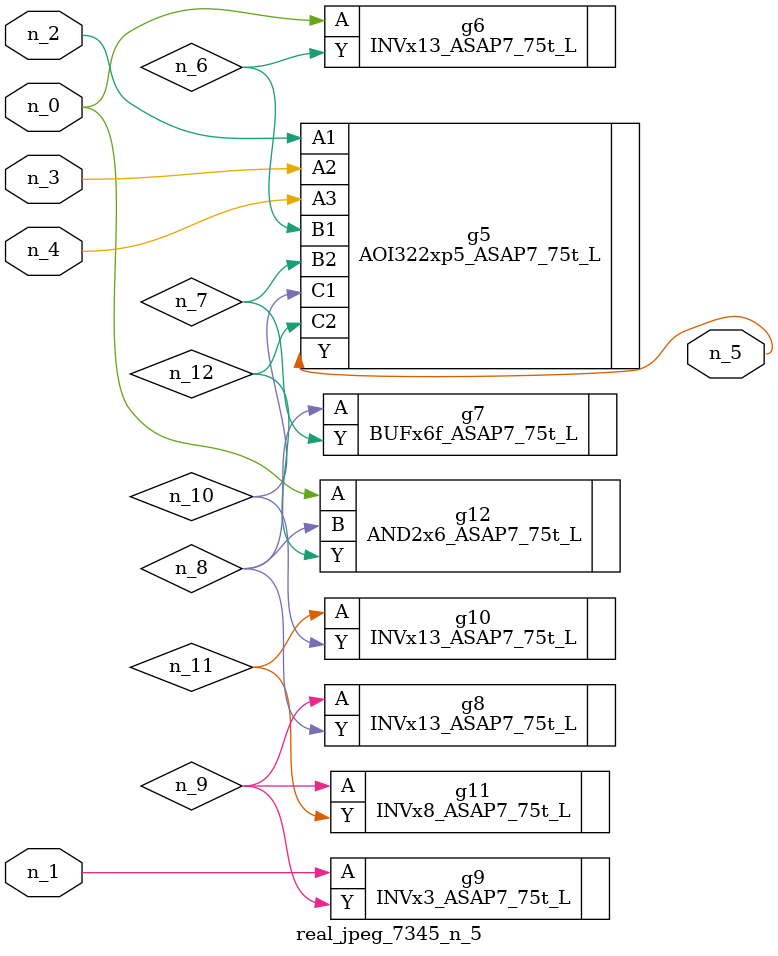
<source format=v>
module real_jpeg_7345_n_5 (n_4, n_0, n_1, n_2, n_3, n_5);

input n_4;
input n_0;
input n_1;
input n_2;
input n_3;

output n_5;

wire n_12;
wire n_8;
wire n_11;
wire n_6;
wire n_7;
wire n_10;
wire n_9;

INVx13_ASAP7_75t_L g6 ( 
.A(n_0),
.Y(n_6)
);

AND2x6_ASAP7_75t_L g12 ( 
.A(n_0),
.B(n_8),
.Y(n_12)
);

INVx3_ASAP7_75t_L g9 ( 
.A(n_1),
.Y(n_9)
);

AOI322xp5_ASAP7_75t_L g5 ( 
.A1(n_2),
.A2(n_3),
.A3(n_4),
.B1(n_6),
.B2(n_7),
.C1(n_10),
.C2(n_12),
.Y(n_5)
);

BUFx6f_ASAP7_75t_L g7 ( 
.A(n_8),
.Y(n_7)
);

INVx13_ASAP7_75t_L g8 ( 
.A(n_9),
.Y(n_8)
);

INVx8_ASAP7_75t_L g11 ( 
.A(n_9),
.Y(n_11)
);

INVx13_ASAP7_75t_L g10 ( 
.A(n_11),
.Y(n_10)
);


endmodule
</source>
